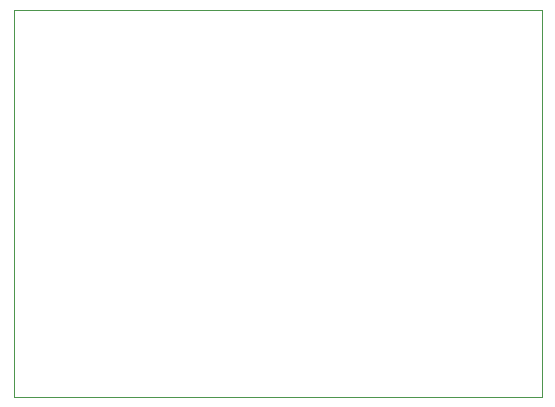
<source format=gko>
G04 Layer_Color=16711935*
%FSLAX25Y25*%
%MOIN*%
G70*
G01*
G75*
%ADD31C,0.00394*%
D31*
X0Y0D02*
X176000D01*
Y129000D01*
X0D02*
X176000D01*
X0Y0D02*
Y129000D01*
M02*

</source>
